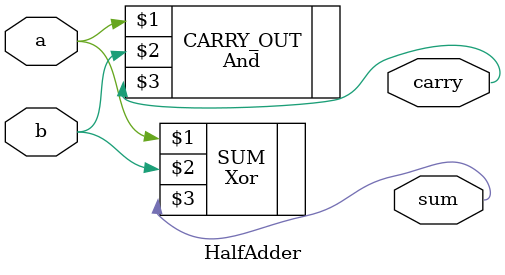
<source format=v>
/**
 * Computes the sum of two bits.
 */

`default_nettype none
module HalfAdder(
	input a,		//1-bit input
	input b,		//1-bit inpur
	output sum,	//Right bit of a + b
	output carry	//Lef bit of a + b
);

	// Put your code here:
	Xor SUM(a,b,sum);
	And CARRY_OUT(a, b, carry);

endmodule

</source>
